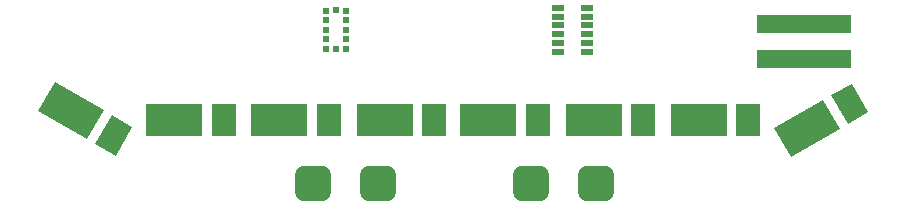
<source format=gbr>
G04 EAGLE Gerber RS-274X export*
G75*
%MOMM*%
%FSLAX34Y34*%
%LPD*%
%INSolderpaste Top*%
%IPPOS*%
%AMOC8*
5,1,8,0,0,1.08239X$1,22.5*%
G01*
%ADD10C,1.500000*%
%ADD11R,8.000000X1.500000*%
%ADD12R,1.000000X0.500000*%
%ADD13R,2.800000X4.800000*%
%ADD14R,2.800000X2.000000*%
%ADD15R,4.800000X2.800000*%
%ADD16R,2.000000X2.800000*%
%ADD17R,0.600000X0.500000*%
%ADD18R,0.500000X0.600000*%


D10*
X287500Y27500D02*
X287500Y12500D01*
X272500Y12500D01*
X272500Y27500D01*
X287500Y27500D01*
X287500Y26750D02*
X272500Y26750D01*
X342500Y27500D02*
X342500Y12500D01*
X327500Y12500D01*
X327500Y27500D01*
X342500Y27500D01*
X342500Y26750D02*
X327500Y26750D01*
X472500Y27500D02*
X472500Y12500D01*
X457500Y12500D01*
X457500Y27500D01*
X472500Y27500D01*
X472500Y26750D02*
X457500Y26750D01*
X527500Y27500D02*
X527500Y12500D01*
X512500Y12500D01*
X512500Y27500D01*
X527500Y27500D01*
X527500Y26750D02*
X512500Y26750D01*
D11*
X696000Y125000D03*
X696000Y155000D03*
D12*
X512000Y131250D03*
X512000Y138750D03*
X512000Y146250D03*
X512000Y153750D03*
X512000Y161250D03*
X512000Y168750D03*
X488000Y168750D03*
X488000Y161250D03*
X488000Y153750D03*
X488000Y146250D03*
X488000Y138750D03*
X488000Y131250D03*
D13*
G36*
X103027Y81796D02*
X89027Y57548D01*
X47459Y81548D01*
X61459Y105796D01*
X103027Y81796D01*
G37*
D14*
G36*
X127276Y67796D02*
X113276Y43548D01*
X95956Y53548D01*
X109956Y77796D01*
X127276Y67796D01*
G37*
D15*
X162750Y73900D03*
D16*
X204750Y73900D03*
D15*
X251750Y73900D03*
D16*
X293750Y73900D03*
D15*
X340750Y73900D03*
D16*
X382750Y73900D03*
D15*
X428750Y73900D03*
D16*
X470750Y73900D03*
D15*
X517750Y73900D03*
D16*
X559750Y73900D03*
D15*
X606750Y73900D03*
D16*
X648750Y73900D03*
D13*
G36*
X712127Y90546D02*
X726127Y66298D01*
X684559Y42298D01*
X670559Y66546D01*
X712127Y90546D01*
G37*
D14*
G36*
X736376Y104546D02*
X750376Y80298D01*
X733056Y70298D01*
X719056Y94546D01*
X736376Y104546D01*
G37*
D17*
X291500Y166000D03*
X291500Y158000D03*
X291500Y150000D03*
X291500Y142000D03*
X291500Y134000D03*
D18*
X300000Y133500D03*
D17*
X308500Y134000D03*
X308500Y142000D03*
X308500Y150000D03*
X308500Y158000D03*
X308500Y166000D03*
D18*
X300000Y166500D03*
M02*

</source>
